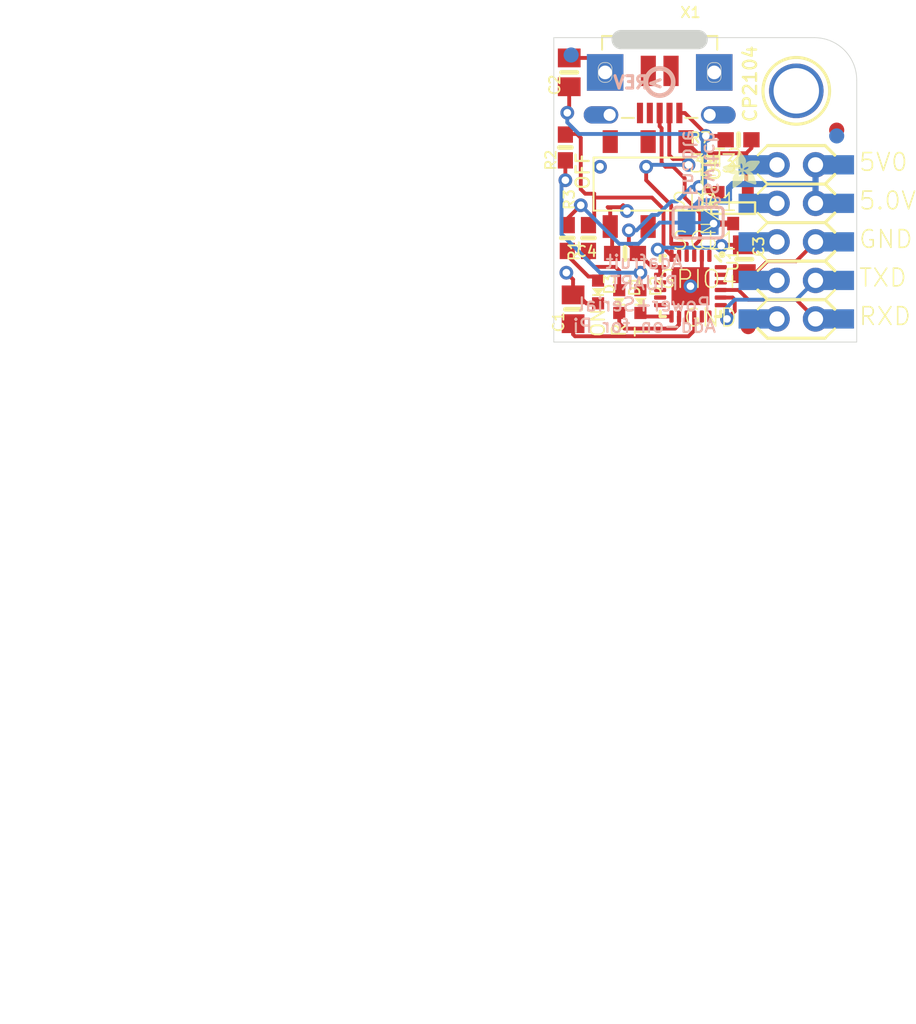
<source format=kicad_pcb>
(kicad_pcb (version 20211014) (generator pcbnew)
  (layers (0 "F.Cu" signal) (31 "B.Cu" signal) (34 "B.Paste" user) (35 "F.Paste" user) (36 "B.SilkS" user "B.Silkscreen") (37 "F.SilkS" user "F.Silkscreen") (38 "B.Mask" user) (39 "F.Mask" user) (44 "Edge.Cuts" user))
  (net 0 "")
  (net 1 "N$2")
  (net 2 "N$3")
  (net 3 "GND")
  (net 4 "N$4")
  (net 5 "VBUS")
  (net 6 "3.3V")
  (net 7 "N$1")
  (net 8 "N$5")
  (net 9 "N$6")
  (net 10 "N$7")
  (net 11 "RXD")
  (net 12 "TXD")
  (net 13 "VIN")
  (net 14 "N$13")
  (net 15 "N$8")
  (net 16 "N$9")
  (net 17 "N$10")
  (net 18 "N$11")
  (net 19 "N$14")
  (net 20 "N$12")
  (net 21 "N$15")
  (footprint "boardEagle:QFN24_4MM_SMSC" (layer "F.Cu") (at 147.5232 111.5951 -90)
    (fp_text reference "U1" (at -2.45 -2.8 90) (layer "F.SilkS") (effects (font (size 0.692831 0.692831) (thickness 0.119969)) (justify right)))
    (fp_text value "CP2104")
    (pad "1" smd roundrect (at -2 -1.25 90) (size 0.8 0.28) (layers "F.Cu" "F.Paste" "F.Mask"))
    (pad "2" smd roundrect (at -2 -0.75 90) (size 0.8 0.28) (layers "F.Cu" "F.Paste" "F.Mask") (net 3 "GND"))
    (pad "3" smd roundrect (at -2 -0.25 90) (size 0.8 0.28) (layers "F.Cu" "F.Paste" "F.Mask") (net 1 "N$2"))
    (pad "4" smd roundrect (at -2 0.25 90) (size 0.8 0.28) (layers "F.Cu" "F.Paste" "F.Mask") (net 2 "N$3"))
    (pad "5" smd roundrect (at -2 0.75 90) (size 0.8 0.28) (layers "F.Cu" "F.Paste" "F.Mask") (net 6 "3.3V"))
    (pad "6" smd roundrect (at -2 1.25 90) (size 0.8 0.28) (layers "F.Cu" "F.Paste" "F.Mask") (net 6 "3.3V"))
    (pad "7" smd roundrect (at -1.25 2) (size 0.8 0.28) (layers "F.Cu" "F.Paste" "F.Mask") (net 5 "VBUS"))
    (pad "8" smd roundrect (at -0.75 2) (size 0.8 0.28) (layers "F.Cu" "F.Paste" "F.Mask") (net 5 "VBUS"))
    (pad "9" smd roundrect (at -0.25 2) (size 0.8 0.28) (layers "F.Cu" "F.Paste" "F.Mask"))
    (pad "10" smd roundrect (at 0.25 2) (size 0.8 0.28) (layers "F.Cu" "F.Paste" "F.Mask"))
    (pad "11" smd roundrect (at 0.75 2) (size 0.8 0.28) (layers "F.Cu" "F.Paste" "F.Mask"))
    (pad "12" smd roundrect (at 1.25 2) (size 0.8 0.28) (layers "F.Cu" "F.Paste" "F.Mask"))
    (pad "13" smd roundrect (at 2 1.25 270) (size 0.8 0.28) (layers "F.Cu" "F.Paste" "F.Mask") (net 10 "N$7"))
    (pad "14" smd roundrect (at 2 0.75 270) (size 0.8 0.28) (layers "F.Cu" "F.Paste" "F.Mask") (net 9 "N$6"))
    (pad "15" smd roundrect (at 2 0.25 270) (size 0.8 0.28) (layers "F.Cu" "F.Paste" "F.Mask"))
    (pad "16" smd roundrect (at 2 -0.25 270) (size 0.8 0.28) (layers "F.Cu" "F.Paste" "F.Mask") (net 4 "N$4"))
    (pad "17" smd roundrect (at 2 -0.75 270) (size 0.8 0.28) (layers "F.Cu" "F.Paste" "F.Mask"))
    (pad "18" smd roundrect (at 2 -1.25 270) (size 0.8 0.28) (layers "F.Cu" "F.Paste" "F.Mask"))
    (pad "19" smd roundrect (at 1.25 -2 180) (size 0.8 0.28) (layers "F.Cu" "F.Paste" "F.Mask"))
    (pad "20" smd roundrect (at 0.75 -2 180) (size 0.8 0.28) (layers "F.Cu" "F.Paste" "F.Mask") (net 12 "TXD"))
    (pad "21" smd roundrect (at 0.25 -2 180) (size 0.8 0.28) (layers "F.Cu" "F.Paste" "F.Mask") (net 11 "RXD"))
    (pad "22" smd roundrect (at -0.25 -2 180) (size 0.8 0.28) (layers "F.Cu" "F.Paste" "F.Mask"))
    (pad "23" smd roundrect (at -0.75 -2 180) (size 0.8 0.28) (layers "F.Cu" "F.Paste" "F.Mask"))
    (pad "24" smd roundrect (at -1.25 -2 180) (size 0.8 0.28) (layers "F.Cu" "F.Paste" "F.Mask"))
    (pad "THERM" smd rect (at 0 0 270) (size 2.5 2.5) (layers "F.Cu" "F.Mask") (net 3 "GND"))
  )
  (footprint "boardEagle:FIDUCIAL_1MM" (layer "F.Cu") (at 157.1752 101.3081)
    (fp_text reference "FID2" hide)
    (fp_text value "FIDUCIAL_1MM" hide)
    (pad "1" smd roundrect (at 0 0) (size 1 1) (layers "F.Cu" "F.Mask") (roundrect_rratio 0.5))
  )
  (footprint "boardEagle:FIDUCIAL_1MM" (layer "F.Cu") (at 151.3332 114.2621)
    (fp_text reference "FID1" hide)
    (fp_text value "FIDUCIAL_1MM" hide)
    (pad "1" smd roundrect (at 0 0) (size 1 1) (layers "F.Cu" "F.Mask") (roundrect_rratio 0.5))
  )
  (footprint "boardEagle:0603-NO" (layer "F.Cu") (at 150.6982 101.9431 180)
    (fp_text reference "R7" (at 1.778 0.127) (layer "F.SilkS") (effects (font (size 0.692831 0.692831) (thickness 0.119969)) (justify right)))
    (fp_text value "10K")
    (pad "1" smd rect (at -0.85 0 180) (size 1.075 1) (layers "F.Cu" "F.Paste" "F.Mask") (net 14 "N$13"))
    (pad "2" smd rect (at 0.85 0 180) (size 1.075 1) (layers "F.Cu" "F.Paste" "F.Mask") (net 5 "VBUS"))
  )
  (footprint "boardEagle:CHIPLED_0603_NOOUTLINE" (layer "F.Cu") (at 141.4272 111.9761 180)
    (fp_text reference "D3" (at -0.762 1.27 90) (layer "F.SilkS") (effects (font (size 0.692831 0.692831) (thickness 0.119969)) (justify right)))
    (fp_text value "GREEN")
    (pad "A" smd rect (at 0 0.75 180) (size 0.8 0.8) (layers "F.Cu" "F.Paste" "F.Mask") (net 21 "N$15"))
    (pad "C" smd rect (at 0 -0.75 180) (size 0.8 0.8) (layers "F.Cu" "F.Paste" "F.Mask") (net 3 "GND"))
  )
  (footprint "boardEagle:0603-NO" (layer "F.Cu") (at 139.3952 108.4201 90)
    (fp_text reference "R3" (at 1.778 0.127 90) (layer "F.SilkS") (effects (font (size 0.692831 0.692831) (thickness 0.119969)) (justify left)))
    (fp_text value "10K")
    (pad "1" smd rect (at -0.85 0 90) (size 1.075 1) (layers "F.Cu" "F.Paste" "F.Mask") (net 21 "N$15"))
    (pad "2" smd rect (at 0.85 0 90) (size 1.075 1) (layers "F.Cu" "F.Paste" "F.Mask") (net 20 "N$12"))
  )
  (footprint "boardEagle:0603-NO" (layer "F.Cu") (at 143.2052 109.4361 180)
    (fp_text reference "C4" (at 1.778 0.127) (layer "F.SilkS") (effects (font (size 0.692831 0.692831) (thickness 0.119969)) (justify right)))
    (fp_text value "0.1uF")
    (pad "1" smd rect (at -0.85 0 180) (size 1.075 1) (layers "F.Cu" "F.Paste" "F.Mask") (net 5 "VBUS"))
    (pad "2" smd rect (at 0.85 0 180) (size 1.075 1) (layers "F.Cu" "F.Paste" "F.Mask") (net 3 "GND"))
  )
  (footprint "boardEagle:MOUNTINGHOLE_3.0_PLATEDTHIN" (layer "F.Cu") (at 154.5082 98.7173)
    (fp_text reference "U$18" hide)
    (fp_text value "MOUNTINGHOLE3.0THIN" hide)
    (pad "P$1" thru_hole circle (at 0 0) (size 3.6 3.6) (drill 3) (layers *.Cu *.Mask))
  )
  (footprint "boardEagle:RASPBERRYPI_2X5_THMSMT" (layer "F.Cu") (at 154.5082 108.6741)
    (fp_text reference "U$9" hide)
    (fp_text value "RASPBERRYPI_2X5" hide)
    (fp_text user "5.0V" (at 4.064 -2.032) (layer "F.SilkS") (effects (font (size 1.1684 1.1684) (thickness 0.1016)) (justify left bottom)))
    (fp_text user "3V3" (at -3.81 -5.842) (layer "F.SilkS") (effects (font (size 1.1684 1.1684) (thickness 0.1016)) (justify right top)))
    (fp_text user "GND" (at 4.064 0.508) (layer "F.SilkS") (effects (font (size 1.1684 1.1684) (thickness 0.1016)) (justify left bottom)))
    (fp_text user "5V0" (at 4.064 -4.572) (layer "F.SilkS") (effects (font (size 1.1684 1.1684) (thickness 0.1016)) (justify left bottom)))
    (fp_text user "RXD" (at 4.064 5.588) (layer "F.SilkS") (effects (font (size 1.1684 1.1684) (thickness 0.1016)) (justify left bottom)))
    (fp_text user "GND" (at -3.81 4.318) (layer "F.SilkS") (effects (font (size 1.1684 1.1684) (thickness 0.1016)) (justify right top)))
    (fp_text user "SCL1" (at -3.81 -0.762) (layer "F.SilkS") (effects (font (size 1.1684 1.1684) (thickness 0.1016)) (justify right top)))
    (fp_text user "TXD" (at 4.064 3.048) (layer "F.SilkS") (effects (font (size 1.1684 1.1684) (thickness 0.1016)) (justify left bottom)))
    (fp_text user "GPIO4" (at -3.81 1.778) (layer "F.SilkS") (effects (font (size 1.1684 1.1684) (thickness 0.1016)) (justify right top)))
    (fp_text user "SDA1" (at -3.81 -3.302) (layer "F.SilkS") (effects (font (size 1.1684 1.1684) (thickness 0.1016)) (justify right top)))
    (pad "1" thru_hole circle (at -1.27 -5.08 270) (size 1.6764 1.6764) (drill 1) (layers *.Cu *.Mask) (net 15 "N$8"))
    (pad "1'" smd rect (at -2.794 -5.08 90) (size 1.27 2.032) (layers "B.Cu" "B.Paste" "B.Mask") (net 15 "N$8"))
    (pad "2" thru_hole circle (at 1.27 -5.08 270) (size 1.6764 1.6764) (drill 1) (layers *.Cu *.Mask) (net 20 "N$12"))
    (pad "2'" smd rect (at 2.794 -5.08 90) (size 1.27 2.032) (layers "B.Cu" "B.Paste" "B.Mask") (net 20 "N$12"))
    (pad "3" thru_hole circle (at -1.27 -2.54 270) (size 1.6764 1.6764) (drill 1) (layers *.Cu *.Mask) (net 16 "N$9"))
    (pad "3'" smd rect (at -2.794 -2.54 90) (size 1.27 2.032) (layers "B.Cu" "B.Paste" "B.Mask") (net 16 "N$9"))
    (pad "4" thru_hole circle (at 1.27 -2.54 270) (size 1.6764 1.6764) (drill 1) (layers *.Cu *.Mask) (net 20 "N$12"))
    (pad "4'" smd rect (at 2.794 -2.54 90) (size 1.27 2.032) (layers "B.Cu" "B.Paste" "B.Mask") (net 20 "N$12"))
    (pad "5" thru_hole circle (at -1.27 0 270) (size 1.6764 1.6764) (drill 1) (layers *.Cu *.Mask) (net 18 "N$11"))
    (pad "5'" smd rect (at -2.794 0 90) (size 1.27 2.032) (layers "B.Cu" "B.Paste" "B.Mask") (net 18 "N$11"))
    (pad "6" thru_hole circle (at 1.27 0 270) (size 1.6764 1.6764) (drill 1) (layers *.Cu *.Mask) (net 3 "GND"))
    (pad "6'" smd rect (at 2.794 0 90) (size 1.27 2.032) (layers "B.Cu" "B.Paste" "B.Mask") (net 3 "GND"))
    (pad "7" thru_hole circle (at -1.27 2.54 270) (size 1.6764 1.6764) (drill 1) (layers *.Cu *.Mask) (net 17 "N$10"))
    (pad "7'" smd rect (at -2.794 2.54 90) (size 1.27 2.032) (layers "B.Cu" "B.Paste" "B.Mask") (net 17 "N$10"))
    (pad "8" thru_hole circle (at 1.27 2.54 270) (size 1.6764 1.6764) (drill 1) (layers *.Cu *.Mask) (net 12 "TXD"))
    (pad "8'" smd rect (at 2.794 2.54 90) (size 1.27 2.032) (layers "B.Cu" "B.Paste" "B.Mask") (net 12 "TXD"))
    (pad "9" thru_hole circle (at -1.27 5.08 270) (size 1.6764 1.6764) (drill 1) (layers *.Cu *.Mask) (net 3 "GND"))
    (pad "9'" smd rect (at -2.794 5.08 90) (size 1.27 2.032) (layers "B.Cu" "B.Paste" "B.Mask") (net 3 "GND"))
    (pad "10" thru_hole circle (at 1.27 5.08 270) (size 1.6764 1.6764) (drill 1) (layers *.Cu *.Mask) (net 11 "RXD"))
    (pad "10'" smd rect (at 2.794 5.08 90) (size 1.27 2.032) (layers "B.Cu" "B.Paste" "B.Mask") (net 11 "RXD"))
  )
  (footprint "boardEagle:0805-NO" (layer "F.Cu") (at 139.7762 113.1191 90)
    (fp_text reference "C1" (at -1.5875 -0.9525 90) (layer "F.SilkS") (effects (font (size 0.692831 0.692831) (thickness 0.119969)) (justify left)))
    (fp_text value "10uF")
    (pad "1" smd rect (at -0.95 0 90) (size 1.24 1.5) (layers "F.Cu" "F.Paste" "F.Mask") (net 4 "N$4"))
    (pad "2" smd rect (at 0.95 0 90) (size 1.24 1.5) (layers "F.Cu" "F.Paste" "F.Mask") (net 3 "GND"))
  )
  (footprint "boardEagle:EG1390" (layer "F.Cu") (at 144.7292 104.8641 180)
    (fp_text reference "ON/OFF0" (at -4 2.1 90) (layer "F.SilkS") (effects (font (size 0.941222 0.941222) (thickness 0.074778)) (justify right)))
    (fp_text value "EG1390")
    (pad "" np_thru_hole circle (at 1.5 0 180) (size 1 1) (drill 1) (layers *.Cu *.Mask))
    (pad "" np_thru_hole circle (at -1.5 0 180) (size 1 1) (drill 1) (layers *.Cu *.Mask))
    (pad "O1" smd rect (at -2.5 -2.8 180) (size 1 1.5) (layers "F.Cu" "F.Paste" "F.Mask"))
    (pad "O2" smd rect (at -2.5 2.8 180) (size 1 1.5) (layers "F.Cu" "F.Paste" "F.Mask") (net 14 "N$13"))
    (pad "P1" smd rect (at 0 -2.8 180) (size 1 1.5) (layers "F.Cu" "F.Paste" "F.Mask"))
    (pad "P2" smd rect (at 0 2.8 180) (size 1 1.5) (layers "F.Cu" "F.Paste" "F.Mask") (net 3 "GND"))
    (pad "S1" smd rect (at 2.5 -2.8 180) (size 1 1.5) (layers "F.Cu" "F.Paste" "F.Mask") (net 3 "GND"))
    (pad "S2" smd rect (at 2.5 2.8 180) (size 1 1.5) (layers "F.Cu" "F.Paste" "F.Mask") (net 19 "N$14"))
  )
  (footprint "boardEagle:4UCONN_20329_V2" (layer "F.Cu") (at 145.4912 99.4031 180)
    (fp_text reference "X1" (at -2.778 5.852) (layer "F.SilkS") (effects (font (size 0.692831 0.692831) (thickness 0.119969)) (justify right)))
    (fp_text value "20329")
    (fp_line (start 3.15 2.2) (end 3.15 1.6) (layer "Edge.Cuts") (width 0.05))
    (fp_line (start -3.15 1.6) (end -3.15 2.15) (layer "Edge.Cuts") (width 0.05))
    (fp_line (start -3.7 1.25) (end -3.5 1.25) (layer "Edge.Cuts") (width 0.05))
    (fp_line (start 4.05 1.6) (end 4.05 2.2) (layer "Edge.Cuts") (width 0.05))
    (fp_line (start -4.05 2.15) (end -4.05 1.6) (layer "Edge.Cuts") (width 0.05))
    (fp_line (start -3.5 2.55) (end -3.7 2.55) (layer "Edge.Cuts") (width 0.05))
    (fp_arc (start 3.6 1.25) (mid 3.897487 1.331802) (end 4.05 1.6) (layer "Edge.Cuts") (width 0.05))
    (fp_arc (start -3.15 2.15) (mid -3.242157 2.422487) (end -3.5 2.55) (layer "Edge.Cuts") (width 0.05))
    (fp_arc (start -3.7 2.55) (mid -3.957843 2.422487) (end -4.05 2.15) (layer "Edge.Cuts") (width 0.05))
    (fp_arc (start 3.15 1.6) (mid 3.302513 1.331802) (end 3.6 1.25) (layer "Edge.Cuts") (width 0.05))
    (fp_arc (start -3.5 1.25) (mid -3.252513 1.352513) (end -3.15 1.6) (layer "Edge.Cuts") (width 0.05))
    (fp_arc (start -4.05 1.6) (mid -3.947487 1.352513) (end -3.7 1.25) (layer "Edge.Cuts") (width 0.05))
    (fp_arc (start 4.05 2.2) (mid 3.897487 2.468198) (end 3.6 2.55) (layer "Edge.Cuts") (width 0.05))
    (fp_arc (start 3.6 2.55) (mid 3.302513 2.468198) (end 3.15 2.2) (layer "Edge.Cuts") (width 0.05))
    (pad "" np_thru_hole circle (at -1.95 0 180) (size 0.7 0.7) (drill 0.7) (layers *.Cu *.Mask))
    (pad "" np_thru_hole circle (at 1.95 0 180) (size 0.7 0.7) (drill 0.7) (layers *.Cu *.Mask))
    (pad "BASE@1" smd rect (at -0.75 2 270) (size 2 1) (layers "F.Cu" "F.Paste" "F.Mask") (net 3 "GND"))
    (pad "BASE@2" smd rect (at 0.75 2 270) (size 2 1) (layers "F.Cu" "F.Paste" "F.Mask") (net 3 "GND"))
    (pad "D+" smd rect (at 0 -0.775 180) (size 0.4 1.35) (layers "F.Cu") (net 1 "N$2"))
    (pad "D-" smd rect (at -0.65 -0.775 180) (size 0.4 1.35) (layers "F.Cu") (net 2 "N$3"))
    (pad "GND" smd rect (at 1.3 -0.775 180) (size 0.4 1.35) (layers "F.Cu") (net 3 "GND"))
    (pad "ID" smd rect (at 0.65 -0.775 180) (size 0.4 1.35) (layers "F.Cu"))
    (pad "SPRT@1" thru_hole oval (at -3.3 -0.9) (size 2.286 1.143) (drill 0.8 (offset 0.5715 0)) (layers *.Cu *.Mask) (net 3 "GND"))
    (pad "SPRT@2" thru_hole oval (at 3.3 -0.9 180) (size 2.286 1.143) (drill 0.8 (offset 0.5715 0)) (layers *.Cu *.Mask) (net 3 "GND"))
    (pad "SPRT@3" thru_hole rect (at -3.6 1.9 270) (size 2.413 2.413) (drill 0.9) (layers *.Cu *.Mask) (net 3 "GND"))
    (pad "SPRT@4" thru_hole rect (at 3.6 1.9 270) (size 2.413 2.413) (drill 0.9) (layers *.Cu *.Mask) (net 3 "GND"))
    (pad "VBUS" smd rect (at -1.3 -0.775 180) (size 0.4 1.35) (layers "F.Cu") (net 5 "VBUS"))
  )
  (footprint "boardEagle:0805-NO" (layer "F.Cu") (at 151.0792 109.8171 -90)
    (fp_text reference "C3" (at -1.5875 -0.9525 90) (layer "F.SilkS") (effects (font (size 0.692831 0.692831) (thickness 0.119969)) (justify right)))
    (fp_text value "10uF")
    (pad "1" smd rect (at -0.95 0 270) (size 1.24 1.5) (layers "F.Cu" "F.Paste" "F.Mask") (net 6 "3.3V"))
    (pad "2" smd rect (at 0.95 0 270) (size 1.24 1.5) (layers "F.Cu" "F.Paste" "F.Mask") (net 3 "GND"))
  )
  (footprint "boardEagle:0603-NO" (layer "F.Cu") (at 140.7922 108.4201 90)
    (fp_text reference "R1" (at -1.5875 -0.9525 90) (layer "F.SilkS") (effects (font (size 0.692831 0.692831) (thickness 0.119969)) (justify left)))
    (fp_text value "2.2K")
    (pad "1" smd rect (at -0.85 0 90) (size 1.075 1) (layers "F.Cu" "F.Paste" "F.Mask") (net 7 "N$1"))
    (pad "2" smd rect (at 0.85 0 90) (size 1.075 1) (layers "F.Cu" "F.Paste" "F.Mask") (net 6 "3.3V"))
  )
  (footprint "boardEagle:0805-NO" (layer "F.Cu") (at 139.5222 97.4981 90)
    (fp_text reference "C2" (at -1.5875 -0.9525 90) (layer "F.SilkS") (effects (font (size 0.692831 0.692831) (thickness 0.119969)) (justify left)))
    (fp_text value "10uF")
    (pad "1" smd rect (at -0.95 0 90) (size 1.24 1.5) (layers "F.Cu" "F.Paste" "F.Mask") (net 5 "VBUS"))
    (pad "2" smd rect (at 0.95 0 90) (size 1.24 1.5) (layers "F.Cu" "F.Paste" "F.Mask") (net 3 "GND"))
  )
  (footprint "boardEagle:0603-NO" (layer "F.Cu") (at 139.2682 102.4511 90)
    (fp_text reference "R2" (at -1.5875 -0.9525 90) (layer "F.SilkS") (effects (font (size 0.692831 0.692831) (thickness 0.119969)) (justify left)))
    (fp_text value "2.2K")
    (pad "1" smd rect (at -0.85 0 90) (size 1.075 1) (layers "F.Cu" "F.Paste" "F.Mask") (net 8 "N$5"))
    (pad "2" smd rect (at 0.85 0 90) (size 1.075 1) (layers "F.Cu" "F.Paste" "F.Mask") (net 6 "3.3V"))
  )
  (footprint "boardEagle:CHIPLED_0603_NOOUTLINE" (layer "F.Cu") (at 144.2212 112.6111 180)
    (fp_text reference "D2" (at -1.016 1.778 90) (layer "F.SilkS") (effects (font (size 0.692831 0.692831) (thickness 0.119969)) (justify right)))
    (fp_text value "YELLOW")
    (pad "A" smd rect (at 0 0.75 180) (size 0.8 0.8) (layers "F.Cu" "F.Paste" "F.Mask") (net 8 "N$5"))
    (pad "C" smd rect (at 0 -0.75 180) (size 0.8 0.8) (layers "F.Cu" "F.Paste" "F.Mask") (net 10 "N$7"))
  )
  (footprint "boardEagle:CHIPLED_0603_NOOUTLINE" (layer "F.Cu") (at 142.8242 112.6111 180)
    (fp_text reference "D1" (at -1.016 1.778 90) (layer "F.SilkS") (effects (font (size 0.692831 0.692831) (thickness 0.119969)) (justify right)))
    (fp_text value "RED")
    (pad "A" smd rect (at 0 0.75 180) (size 0.8 0.8) (layers "F.Cu" "F.Paste" "F.Mask") (net 7 "N$1"))
    (pad "C" smd rect (at 0 -0.75 180) (size 0.8 0.8) (layers "F.Cu" "F.Paste" "F.Mask") (net 9 "N$6"))
  )
  (footprint "boardEagle:ADAFRUIT_2.5MM" (layer "F.Cu") (at 152.0952 105.1181 90)
    (fp_text reference "U$8" hide)
    (fp_text value "" hide)
  )
  (footprint "boardEagle:SOT-23" (layer "F.Cu") (at 150.3172 106.4516)
    (fp_text reference "T2" (at -1.397 -3.302) (layer "F.SilkS") (effects (font (size 1.1557 1.1557) (thickness 0.1143)) (justify left)))
    (fp_text value "DMG3415U")
    (pad "1" smd rect (at 0.0254 1.016) (size 0.7874 0.889) (layers "F.Cu" "F.Paste" "F.Mask") (net 13 "VIN"))
    (pad "2" smd rect (at -0.9398 -1.016) (size 0.7874 0.889) (layers "F.Cu" "F.Paste" "F.Mask") (net 5 "VBUS"))
    (pad "3" smd rect (at 0.9906 -1.016) (size 0.7874 0.889) (layers "F.Cu" "F.Paste" "F.Mask") (net 14 "N$13"))
  )
  (footprint "boardEagle:FIDUCIAL_1MM" (layer "B.Cu") (at 157.1752 101.6891 180)
    (fp_text reference "FID3" hide)
    (fp_text value "FIDUCIAL_1MM" hide)
    (pad "1" smd roundrect (at 0 0 180) (size 1 1) (layers "B.Cu" "B.Mask") (roundrect_rratio 0.5))
  )
  (footprint "boardEagle:SOLDERJUMPER_CLOSEDWIRE" (layer "B.Cu") (at 148.0312 107.4041 180)
    (fp_text reference "SJ1" (at -1.651 1.27) (layer "B.SilkS") (effects (font (size 0.692831 0.692831) (thickness 0.119969)) (justify left mirror)))
    (fp_text value "")
    (pad "1" smd rect (at -0.762 0 180) (size 1.1684 1.6002) (layers "B.Cu") (net 13 "VIN"))
    (pad "2" smd rect (at 0.762 0 180) (size 1.1684 1.6002) (layers "B.Cu") (net 20 "N$12"))
    (pad "WIRE" smd rect (at 0 0) (size 0.635 0.2032) (layers "B.Cu"))
  )
  (footprint "boardEagle:PCBFEAT-REV-040" (layer "B.Cu") (at 145.4912 98.1331 180)
    (fp_text reference "U$17" hide)
    (fp_text value "" hide)
    (fp_text user ">REV" (at -0.3556 -0.508) (layer "B.SilkS") (effects (font (size 0.8128 0.8128) (thickness 0.2032)) (justify left bottom mirror)))
  )
  (footprint "boardEagle:FIDUCIAL_1MM" (layer "B.Cu") (at 139.6492 96.3551 180)
    (fp_text reference "FID4" hide)
    (fp_text value "FIDUCIAL_1MM" hide)
    (pad "1" smd roundrect (at 0 0 180) (size 1 1) (layers "B.Cu" "B.Mask") (roundrect_rratio 0.5))
  )
  (gr_line (start 142.9512 95.3391) (end 148.0312 95.3391) (layer "Edge.Cuts") (width 1.27))
  (gr_arc (start 155.702 95.2121) (mid 157.677656 96.030444) (end 158.496 98.0061) (layer "Edge.Cuts") (width 0.05))
  (gr_line (start 158.496 115.2781) (end 138.5062 115.2781) (layer "Edge.Cuts") (width 0.05))
  (gr_line (start 138.5062 95.2121) (end 155.702 95.2121) (layer "Edge.Cuts") (width 0.05))
  (gr_line (start 158.496 98.0061) (end 158.496 115.2781) (layer "Edge.Cuts") (width 0.05))
  (gr_line (start 138.5062 115.2781) (end 138.5062 95.2121) (layer "Edge.Cuts") (width 0.05))
  (gr_text "Switch\nEnable" (at 148.1582 103.4671 -90) (layer "B.SilkS") (effects (font (size 0.87376 0.87376) (thickness 0.14224)) (justify mirror)))
  (gr_text "Adafruit\nPiUART\nPower+Serial\nAdd-on for Pi" (at 144.4752 112.1031) (layer "B.SilkS") (effects (font (size 0.87376 0.87376) (thickness 0.14224)) (justify mirror)))
  (gr_text "R" (at 143.3322 115.0241 90) (layer "F.SilkS") (effects (font (size 0.89408 0.89408) (thickness 0.12192)) (justify left bottom)))
  (gr_text "OFF" (at 139.9032 102.7051 90) (layer "F.SilkS") (effects (font (size 0.87376 0.87376) (thickness 0.14224)) (justify right top)))
  (gr_text "T" (at 144.8562 115.0241 90) (layer "F.SilkS") (effects (font (size 0.89408 0.89408) (thickness 0.12192)) (justify left bottom)))
  (gr_text "ON" (at 149.5552 104.7371 90) (layer "F.SilkS") (effects (font (size 0.87376 0.87376) (thickness 0.14224)) (justify left bottom)))
  (gr_text "ON" (at 141.9352 115.0241 90) (layer "F.SilkS") (effects (font (size 0.89408 0.89408) (thickness 0.12192)) (justify left bottom)))
  (gr_text "CP2104" (at 151.4602 98.2601 90) (layer "F.SilkS") (effects (font (size 0.8636 0.8636) (thickness 0.1524))))
  (segment (start 145.4912 100.1781) (end 145.4912 101.0541) (width 0.254) (layer "F.Cu") (net 1))
  (segment (start 145.6182 103.4671) (end 145.8722 103.7211) (width 0.254) (layer "F.Cu") (net 1))
  (segment (start 148.1582 106.7691) (end 148.1582 108.5471) (width 0.254) (layer "F.Cu") (net 1))
  (segment (start 146.3802 103.7211) (end 147.1422 104.4831) (width 0.254) (layer "F.Cu") (net 1))
  (segment (start 147.1422 104.4831) (end 147.1422 105.7531) (width 0.254) (layer "F.Cu") (net 1))
  (segment (start 145.8722 103.7211) (end 146.3802 103.7211) (width 0.254) (layer "F.Cu") (net 1))
  (segment (start 145.4912 101.0541) (end 145.6182 101.1811) (width 0.254) (layer "F.Cu") (net 1))
  (segment (start 145.6182 101.1811) (end 145.6182 103.4671) (width 0.254) (layer "F.Cu") (net 1))
  (segment (start 147.1422 105.7531) (end 148.1582 106.7691) (width 0.254) (layer "F.Cu") (net 1))
  (segment (start 147.7732 108.9321) (end 147.7732 109.5951) (width 0.254) (layer "F.Cu") (net 1))
  (segment (start 148.1582 108.5471) (end 147.7732 108.9321) (width 0.254) (layer "F.Cu") (net 1))
  (segment (start 144.6022 104.6101) (end 144.6022 103.7211) (width 0.254) (layer "F.Cu") (net 2))
  (segment (start 146.1262 100.1931) (end 146.1262 102.9591) (width 0.254) (layer "F.Cu") (net 2))
  (segment (start 146.1262 102.9591) (end 146.3802 103.2131) (width 0.254) (layer "F.Cu") (net 2))
  (segment (start 147.2692 108.8011) (end 146.2532 108.8011) (width 0.254) (layer "F.Cu") (net 2))
  (segment (start 146.2532 106.2611) (end 144.6022 104.6101) (width 0.254) (layer "F.Cu") (net 2))
  (segment (start 146.1412 100.1781) (end 146.1262 100.1931) (width 0.254) (layer "F.Cu") (net 2))
  (segment (start 147.2732 108.8051) (end 147.2692 108.8011) (width 0.254) (layer "F.Cu") (net 2))
  (segment (start 146.3802 103.2131) (end 147.0152 103.2131) (width 0.254) (layer "F.Cu") (net 2))
  (segment (start 146.2532 108.8011) (end 146.2532 106.2611) (width 0.254) (layer "F.Cu") (net 2))
  (segment (start 147.2732 109.5951) (end 147.2732 108.8051) (width 0.254) (layer "F.Cu") (net 2))
  (segment (start 147.0152 103.2131) (end 147.3962 103.5941) (width 0.254) (layer "F.Cu") (net 2))
  (via (at 147.3962 103.5941) (size 0.9064) (drill 0.5) (layers "F.Cu" "B.Cu") (net 2))
  (via (at 144.6022 103.7211) (size 0.9064) (drill 0.5) (layers "F.Cu" "B.Cu") (net 2))
  (segment (start 147.3962 103.5941) (end 144.6022 103.5941) (width 0.254) (layer "B.Cu") (net 2))
  (segment (start 144.6022 103.5941) (end 144.6022 103.7211) (width 0.254) (layer "B.Cu") (net 2))
  (segment (start 142.3552 109.4361) (end 142.3552 107.7901) (width 0.254) (layer "F.Cu") (net 3))
  (segment (start 142.2292 106.5551) (end 142.0622 106.3881) (width 0.254) (layer "F.Cu") (net 3))
  (segment (start 154.5082 109.9441) (end 155.7782 108.6741) (width 0.254) (layer "F.Cu") (net 3))
  (segment (start 140.0962 112.1691) (end 139.7762 112.1691) (width 0.254) (layer "F.Cu") (net 3))
  (segment (start 140.9362 96.5481) (end 141.8912 97.5031) (width 0.254) (layer "F.Cu") (net 3))
  (segment (start 142.9512 106.3881) (end 142.0622 106.3881) (width 0.254) (layer "F.Cu") (net 3))
  (segment (start 148.2732 109.5951) (end 148.2732 110.7181) (width 0.254) (layer "F.Cu") (net 3))
  (segment (start 148.2732 110.7181) (end 147.5232 111.4681) (width 0.254) (layer "F.Cu") (net 3))
  (segment (start 140.6532 112.7261) (end 140.0962 112.1691) (width 0.254) (layer "F.Cu") (net 3))
  (segment (start 147.5232 111.4681) (end 147.5232 111.5951) (width 0.254) (layer "F.Cu") (net 3))
  (segment (start 143.0782 106.3881) (end 143.0782 106.2611) (width 0.254) (layer "F.Cu") (net 3))
  (segment (start 142.2292 107.6641) (end 142.2292 106.5551) (width 0.254) (layer "F.Cu") (net 3))
  (segment (start 151.7802 110.7671) (end 152.6032 109.9441) (width 0.254) (layer "F.Cu") (net 3))
  (segment (start 142.2292 107.6641) (end 142.0622 107.4971) (width 0.254) (layer "F.Cu") (net 3))
  (segment (start 151.0792 110.7671) (end 151.7802 110.7671) (width 0.254) (layer "F.Cu") (net 3))
  (segment (start 139.7762 111.1506) (end 139.3317 110.7061) (width 0.254) (layer "F.Cu") (net 3))
  (segment (start 139.7762 112.1691) (end 139.7762 111.1506) (width 0.254) (layer "F.Cu") (net 3))
  (segment (start 152.6032 109.9441) (end 154.5082 109.9441) (width 0.254) (layer "F.Cu") (net 3))
  (segment (start 143.0782 106.2611) (end 142.9512 106.3881) (width 0.254) (layer "F.Cu") (net 3))
  (segment (start 142.3552 107.7901) (end 142.2292 107.6641) (width 0.254) (layer "F.Cu") (net 3))
  (segment (start 139.5222 96.5481) (end 140.9362 96.5481) (width 0.254) (layer "F.Cu") (net 3))
  (segment (start 141.4272 112.7261) (end 140.6532 112.7261) (width 0.254) (layer "F.Cu") (net 3))
  (segment (start 143.3322 106.6421) (end 143.0782 106.3881) (width 0.254) (layer "F.Cu") (net 3))
  (via (at 141.5542 103.7211) (size 0.9064) (drill 0.5) (layers "F.Cu" "B.Cu") (net 3))
  (via (at 139.3317 110.7061) (size 0.9064) (drill 0.5) (layers "F.Cu" "B.Cu") (net 3))
  (via (at 143.3322 106.6421) (size 0.9064) (drill 0.5) (layers "F.Cu" "B.Cu") (net 3))
  (via (at 147.5232 111.5951) (size 0.9064) (drill 0.5) (layers "F.Cu" "B.Cu") (net 3))
  (segment (start 151.7142 113.7541) (end 153.2382 113.7541) (width 0.254) (layer "B.Cu") (net 3))
  (segment (start 157.3022 108.6741) (end 155.7782 108.6741) (width 0.254) (layer "B.Cu") (net 3))
  (segment (start 147.7732 114.5201) (end 147.3962 114.8971) (width 0.254) (layer "F.Cu") (net 4))
  (segment (start 139.9032 114.8971) (end 139.7762 114.7701) (width 0.254) (layer "F.Cu") (net 4))
  (segment (start 147.7732 113.5951) (end 147.7732 114.5201) (width 0.254) (layer "F.Cu") (net 4))
  (segment (start 147.3962 114.8971) (end 139.9032 114.8971) (width 0.254) (layer "F.Cu") (net 4))
  (segment (start 139.7762 114.7701) (end 139.7762 114.0691) (width 0.254) (layer "F.Cu") (net 4))
  (segment (start 147.1552 100.1781) (end 148.6662 101.6891) (width 0.254) (layer "F.Cu") (net 5))
  (segment (start 148.6662 101.6891) (end 148.5392 101.6891) (width 0.254) (layer "F.Cu") (net 5))
  (segment (start 146.7912 100.1781) (end 147.1552 100.1781) (width 0.254) (layer "F.Cu") (net 5))
  (segment (start 149.5942 101.6891) (end 148.5392 101.6891) (width 0.254) (layer "F.Cu") (net 5))
  (segment (start 143.4592 108.8401) (end 144.0552 109.4361) (width 0.254) (layer "F.Cu") (net 5))
  (segment (start 148.8567 105.4356) (end 148.4757 105.0546) (width 0.4064) (layer "F.Cu") (net 5))
  (segment (start 145.0032 110.3451) (end 144.4752 109.8171) (width 0.254) (layer "F.Cu") (net 5))
  (segment (start 148.8567 105.4356) (end 149.3774 105.4356) (width 0.4064) (layer "F.Cu") (net 5))
  (segment (start 144.4752 109.8171) (end 144.4362 109.8171) (width 0.254) (layer "F.Cu") (net 5))
  (segment (start 148.9837 105.4356) (end 149.3774 105.4356) (width 0.254) (layer "F.Cu") (net 5))
  (segment (start 148.4757 105.0546) (end 148.0947 105.0546) (width 0.4064) (layer "F.Cu") (net 5))
  (segment (start 139.5222 98.4481) (end 139.5222 100.0381) (width 0.254) (layer "F.Cu") (net 5))
  (segment (start 139.5222 100.0381) (end 139.3952 100.1651) (width 0.254) (layer "F.Cu") (net 5))
  (segment (start 143.4592 108.8401) (end 143.4592 107.9121) (width 0.254) (layer "F.Cu") (net 5))
  (segment (start 144.4362 109.8171) (end 144.0552 109.4361) (width 0.254) (layer "F.Cu") (net 5))
  (segment (start 145.5232 110.3451) (end 145.0032 110.3451) (width 0.254) (layer "F.Cu") (net 5))
  (segment (start 149.8482 101.9431) (end 149.5942 101.6891) (width 0.254) (layer "F.Cu") (net 5))
  (segment (start 145.5232 110.8451) (end 145.5232 110.3451) (width 0.254) (layer "F.Cu") (net 5))
  (via (at 139.3952 100.1651) (size 0.9064) (drill 0.5) (layers "F.Cu" "B.Cu") (net 5))
  (via (at 148.0947 105.0546) (size 0.9064) (drill 0.5) (layers "F.Cu" "B.Cu") (net 5))
  (via (at 143.4592 107.9121) (size 0.9064) (drill 0.5) (layers "F.Cu" "B.Cu") (net 5))
  (via (at 148.5392 101.6891) (size 0.9064) (drill 0.5) (layers "F.Cu" "B.Cu") (net 5))
  (segment (start 148.3487 101.8796) (end 148.4122 101.9431) (width 0.4064) (layer "B.Cu") (net 5))
  (segment (start 148.4122 101.5621) (end 148.5392 101.6891) (width 0.254) (layer "B.Cu") (net 5))
  (segment (start 139.3952 100.8001) (end 140.1572 101.5621) (width 0.254) (layer "B.Cu") (net 5))
  (segment (start 144.9832 106.8961) (end 145.3642 106.8961) (width 0.254) (layer "B.Cu") (net 5))
  (segment (start 146.2532 106.0071) (end 146.6342 106.0071) (width 0.254) (layer "B.Cu") (net 5))
  (segment (start 148.5392 101.6891) (end 148.3487 101.8796) (width 0.4064) (layer "B.Cu") (net 5))
  (segment (start 143.9672 107.9121) (end 144.9832 106.8961) (width 0.254) (layer "B.Cu") (net 5))
  (segment (start 145.3642 106.8961) (end 146.2532 106.0071) (width 0.254) (layer "B.Cu") (net 5))
  (segment (start 143.4592 107.9121) (end 143.9672 107.9121) (width 0.254) (layer "B.Cu") (net 5))
  (segment (start 148.4122 104.7371) (end 148.0947 105.0546) (width 0.4064) (layer "B.Cu") (net 5))
  (segment (start 140.1572 101.5621) (end 148.4122 101.5621) (width 0.254) (layer "B.Cu") (net 5))
  (segment (start 147.5867 105.0546) (end 148.0947 105.0546) (width 0.254) (layer "B.Cu") (net 5))
  (segment (start 148.3487 105.0546) (end 148.0947 105.0546) (width 0.254) (layer "B.Cu") (net 5))
  (segment (start 139.3952 100.1651) (end 139.3952 100.8001) (width 0.254) (layer "B.Cu") (net 5))
  (segment (start 146.6342 106.0071) (end 147.5867 105.0546) (width 0.254) (layer "B.Cu") (net 5))
  (segment (start 148.4122 101.9431) (end 148.4122 104.7371) (width 0.4064) (layer "B.Cu") (net 5))
  (segment (start 141.1732 107.3161) (end 141.0462 107.3161) (width 0.254) (layer "F.Cu") (net 6))
  (segment (start 141.0462 107.3161) (end 140.7922 107.5701) (width 0.254) (layer "F.Cu") (net 6))
  (segment (start 145.7452 106.5151) (end 144.9832 105.7531) (width 0.254) (layer "F.Cu") (net 6))
  (segment (start 151.0792 108.8671) (end 149.6162 108.8671) (width 0.254) (layer "F.Cu") (net 6))
  (segment (start 144.9832 105.7531) (end 141.1732 105.7531) (width 0.254) (layer "F.Cu") (net 6))
  (segment (start 145.3642 109.0551) (end 145.3642 109.1821) (width 0.254) (layer "F.Cu") (net 6))
  (segment (start 140.0302 101.5621) (end 140.2842 101.8161) (width 0.254) (layer "F.Cu") (net 6))
  (segment (start 145.7452 109.0551) (end 145.7452 106.5151) (width 0.254) (layer "F.Cu") (net 6))
  (segment (start 146.7732 109.5951) (end 146.2852 109.5951) (width 0.254) (layer "F.Cu") (net 6))
  (segment (start 140.0302 101.5621) (end 139.3072 101.5621) (width 0.254) (layer "F.Cu") (net 6))
  (segment (start 149.6162 108.8671) (end 149.5552 108.9281) (width 0.254) (layer "F.Cu") (net 6))
  (segment (start 146.2732 109.5951) (end 146.2852 109.5951) (width 0.254) (layer "F.Cu") (net 6))
  (segment (start 140.2842 105.2061) (end 140.5772 105.4991) (width 0.254) (layer "F.Cu") (net 6))
  (segment (start 145.7452 109.0551) (end 145.3642 109.0551) (width 0.254) (layer "F.Cu") (net 6))
  (segment (start 146.2852 109.5951) (end 145.7452 109.0551) (width 0.254) (layer "F.Cu") (net 6))
  (segment (start 141.1732 105.7531) (end 141.1732 107.3161) (width 0.254) (layer "F.Cu") (net 6))
  (segment (start 140.5772 105.4991) (end 141.1732 105.4991) (width 0.254) (layer "F.Cu") (net 6))
  (segment (start 141.1732 105.4991) (end 141.1732 105.7531) (width 0.254) (layer "F.Cu") (net 6))
  (segment (start 140.2842 101.8161) (end 140.2842 105.2061) (width 0.254) (layer "F.Cu") (net 6))
  (segment (start 139.3072 101.5621) (end 139.2682 101.6011) (width 0.254) (layer "F.Cu") (net 6))
  (via (at 145.3642 109.1821) (size 0.9064) (drill 0.5) (layers "F.Cu" "B.Cu") (net 6))
  (via (at 149.5552 108.9281) (size 0.9064) (drill 0.5) (layers "F.Cu" "B.Cu") (net 6))
  (segment (start 149.4282 109.0551) (end 149.5552 108.9281) (width 0.254) (layer "B.Cu") (net 6))
  (segment (start 149.4282 109.0551) (end 145.3642 109.0551) (width 0.254) (layer "B.Cu") (net 6))
  (segment (start 145.3642 109.0551) (end 145.3642 109.1821) (width 0.254) (layer "B.Cu") (net 6))
  (segment (start 141.1732 110.3251) (end 142.5702 110.3251) (width 0.254) (layer "F.Cu") (net 7))
  (segment (start 142.8242 110.5791) (end 142.8242 111.8611) (width 0.254) (layer "F.Cu") (net 7))
  (segment (start 142.5702 110.3251) (end 142.8242 110.5791) (width 0.254) (layer "F.Cu") (net 7))
  (segment (start 140.7922 109.9441) (end 141.1732 110.3251) (width 0.254) (layer "F.Cu") (net 7))
  (segment (start 140.7922 109.2701) (end 140.7922 109.9441) (width 0.254) (layer "F.Cu") (net 7))
  (segment (start 139.2682 103.3011) (end 139.2682 104.6101) (width 0.254) (layer "F.Cu") (net 8))
  (segment (start 144.2212 111.8611) (end 144.2212 110.7061) (width 0.254) (layer "F.Cu") (net 8))
  (via (at 139.2682 104.6101) (size 0.9064) (drill 0.5) (layers "F.Cu" "B.Cu") (net 8))
  (via (at 144.2212 110.7061) (size 0.9064) (drill 0.5) (layers "F.Cu" "B.Cu") (net 8))
  (segment (start 139.2682 104.6101) (end 139.0142 104.8641) (width 0.254) (layer "B.Cu") (net 8))
  (segment (start 141.5542 110.7061) (end 144.2212 110.7061) (width 0.254) (layer "B.Cu") (net 8))
  (segment (start 139.0142 108.1661) (end 141.5542 110.7061) (width 0.254) (layer "B.Cu") (net 8))
  (segment (start 139.0142 104.8641) (end 139.0142 108.1661) (width 0.254) (layer "B.Cu") (net 8))
  (segment (start 146.7612 113.6071) (end 146.7732 113.5951) (width 0.254) (layer "F.Cu") (net 9))
  (segment (start 146.7612 114.1351) (end 146.7612 113.6071) (width 0.254) (layer "F.Cu") (net 9))
  (segment (start 143.1712 114.3891) (end 142.8242 114.0421) (width 0.254) (layer "F.Cu") (net 9))
  (segment (start 142.8242 114.0421) (end 142.8242 113.3611) (width 0.254) (layer "F.Cu") (net 9))
  (segment (start 143.1712 114.3891) (end 146.5072 114.3891) (width 0.254) (layer "F.Cu") (net 9))
  (segment (start 146.5072 114.3891) (end 146.7612 114.1351) (width 0.254) (layer "F.Cu") (net 9))
  (segment (start 146.2732 113.5951) (end 144.4552 113.5951) (width 0.254) (layer "F.Cu") (net 10))
  (segment (start 144.4552 113.5951) (end 144.2212 113.3611) (width 0.254) (layer "F.Cu") (net 10))
  (segment (start 151.3332 112.4841) (end 154.5082 112.4841) (width 0.254) (layer "F.Cu") (net 11))
  (segment (start 154.5082 112.4841) (end 155.7782 113.7541) (width 0.254) (layer "F.Cu") (net 11))
  (segment (start 150.6942 111.8451) (end 151.3332 112.4841) (width 0.254) (layer "F.Cu") (net 11))
  (segment (start 149.5232 111.8451) (end 150.6942 111.8451) (width 0.254) (layer "F.Cu") (net 11))
  (segment (start 157.3022 113.7541) (end 155.7782 113.7541) (width 0.254) (layer "B.Cu") (net 11))
  (segment (start 150.4442 113.2461) (end 149.9362 113.7541) (width 0.254) (layer "F.Cu") (net 12))
  (segment (start 150.4442 112.4841) (end 150.4442 113.2461) (width 0.254) (layer "F.Cu") (net 12))
  (segment (start 149.5232 112.3451) (end 150.3052 112.3451) (width 0.254) (layer "F.Cu") (net 12))
  (segment (start 150.3052 112.3451) (end 150.4442 112.4841) (width 0.254) (layer "F.Cu") (net 12))
  (via (at 149.9362 113.7541) (size 0.9064) (drill 0.5) (layers "F.Cu" "B.Cu") (net 12))
  (segment (start 157.3022 111.2141) (end 155.7782 111.2141) (width 0.254) (layer "B.Cu") (net 12))
  (segment (start 154.5082 112.4841) (end 150.4442 112.4841) (width 0.254) (layer "B.Cu") (net 12))
  (segment (start 150.4442 112.4841) (end 149.9362 112.9921) (width 0.254) (layer "B.Cu") (net 12))
  (segment (start 149.9362 112.9921) (end 149.9362 113.7541) (width 0.254) (layer "B.Cu") (net 12))
  (segment (start 154.5082 112.4841) (end 155.7782 111.2141) (width 0.254) (layer "B.Cu") (net 12))
  (segment (start 150.3426 107.4676) (end 149.0472 107.4676) (width 0.4064) (layer "F.Cu") (net 13))
  (segment (start 150.3426 107.4041) (end 150.3426 107.4676) (width 0.4064) (layer "F.Cu") (net 13))
  (via (at 149.0472 107.4676) (size 0.9064) (drill 0.5) (layers "F.Cu" "B.Cu") (net 13))
  (segment (start 148.8567 107.4676) (end 149.0472 107.4676) (width 0.4064) (layer "B.Cu") (net 13))
  (segment (start 148.7932 107.4041) (end 148.8567 107.4676) (width 0.4064) (layer "B.Cu") (net 13))
  (segment (start 147.9972 102.8321) (end 151.2062 102.8321) (width 0.254) (layer "F.Cu") (net 14))
  (segment (start 151.3078 105.7785) (end 151.3078 105.4356) (width 0.254) (layer "F.Cu") (net 14))
  (segment (start 151.2062 104.9802) (end 151.3078 105.0818) (width 0.254) (layer "F.Cu") (net 14))
  (segment (start 147.2292 102.0641) (end 147.9972 102.8321) (width 0.254) (layer "F.Cu") (net 14))
  (segment (start 151.3078 105.0818) (end 151.3078 105.4356) (width 0.254) (layer "F.Cu") (net 14))
  (segment (start 151.2062 104.9802) (end 151.2062 102.8321) (width 0.254) (layer "F.Cu") (net 14))
  (segment (start 151.2062 102.8321) (end 151.5482 102.4901) (width 0.254) (layer "F.Cu") (net 14))
  (segment (start 151.5482 102.4901) (end 151.5482 101.9431) (width 0.254) (layer "F.Cu") (net 14))
  (segment (start 151.7142 103.5941) (end 153.2382 103.5941) (width 0.254) (layer "B.Cu") (net 15))
  (segment (start 151.7142 106.1341) (end 153.2382 106.1341) (width 0.254) (layer "B.Cu") (net 16))
  (segment (start 151.7142 111.2141) (end 153.2382 111.2141) (width 0.254) (layer "B.Cu") (net 17))
  (segment (start 151.7142 108.6741) (end 153.2382 108.6741) (width 0.254) (layer "B.Cu") (net 18))
  (segment (start 139.3952 107.5701) (end 139.3952 107.1501) (width 0.254) (layer "F.Cu") (net 20))
  (segment (start 139.3952 107.1501) (end 140.2842 106.2611) (width 0.254) (layer "F.Cu") (net 20))
  (via (at 140.2842 106.2611) (size 0.9064) (drill 0.5) (layers "F.Cu" "B.Cu") (net 20))
  (segment (start 142.8242 108.8011) (end 144.0942 108.8011) (width 0.254) (layer "B.Cu") (net 20))
  (segment (start 157.3022 103.5941) (end 155.7782 103.5941) (width 0.4064) (layer "B.Cu") (net 20))
  (segment (start 144.0942 108.8011) (end 145.4912 107.4041) (width 0.254) (layer "B.Cu") (net 20))
  (segment (start 140.2842 106.2611) (end 142.8242 108.8011) (width 0.254) (layer "B.Cu") (net 20))
  (segment (start 155.7782 104.8641) (end 155.7782 106.1341) (width 0.4064) (layer "B.Cu") (net 20))
  (segment (start 157.3022 106.1341) (end 155.7782 106.1341) (width 0.4064) (layer "B.Cu") (net 20))
  (segment (start 150.0632 105.8801) (end 150.0632 105.1181) (width 0.4064) (layer "B.Cu") (net 20))
  (segment (start 147.2692 107.4041) (end 147.2692 106.8961) (width 0.4064) (layer "B.Cu") (net 20))
  (segment (start 148.1582 106.0071) (end 149.9362 106.0071) (width 0.4064) (layer "B.Cu") (net 20))
  (segment (start 150.3172 104.8641) (end 155.7782 104.8641) (width 0.4064) (layer "B.Cu") (net 20))
  (segment (start 150.0632 105.1181) (end 150.3172 104.8641) (width 0.4064) (layer "B.Cu") (net 20))
  (segment (start 145.4912 107.4041) (end 147.2692 107.4041) (width 0.254) (layer "B.Cu") (net 20))
  (segment (start 146.8882 107.4041) (end 147.2692 107.4041) (width 0.254) (layer "B.Cu") (net 20))
  (segment (start 155.7782 104.8641) (end 155.7782 103.5941) (width 0.4064) (layer "B.Cu") (net 20))
  (segment (start 147.2692 106.8961) (end 148.1582 106.0071) (width 0.4064) (layer "B.Cu") (net 20))
  (segment (start 149.9362 106.0071) (end 150.0632 105.8801) (width 0.4064) (layer "B.Cu") (net 20))
  (segment (start 141.1612 110.9601) (end 141.4272 111.2261) (width 0.254) (layer "F.Cu") (net 21))
  (segment (start 140.7922 110.9601) (end 141.1612 110.9601) (width 0.254) (layer "F.Cu") (net 21))
  (segment (start 139.3952 109.2701) (end 139.5222 109.3971) (width 0.254) (layer "F.Cu") (net 21))
  (segment (start 139.5222 109.3971) (end 139.5222 109.6901) (width 0.254) (layer "F.Cu") (net 21))
  (segment (start 139.5222 109.6901) (end 140.7922 110.9601) (width 0.254) (layer "F.Cu") (net 21))
)
</source>
